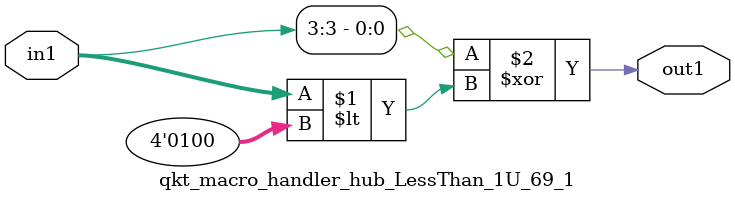
<source format=v>

`timescale 1ps / 1ps


module qkt_macro_handler_hub_LessThan_1U_69_1( in1, out1 );

    input [3:0] in1;
    output out1;

    
    // rtl_process:qkt_macro_handler_hub_LessThan_1U_69_1/qkt_macro_handler_hub_LessThan_1U_69_1_thread_1
    assign out1 = (in1[3] ^ in1 < 4'd04);

endmodule



</source>
